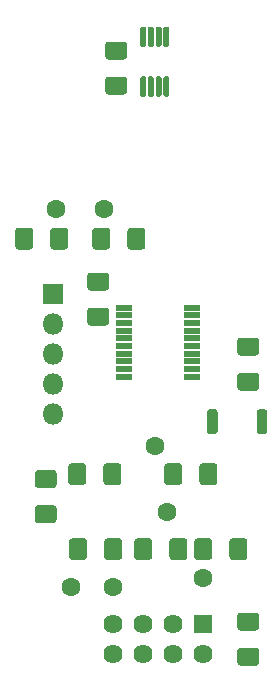
<source format=gbr>
%TF.GenerationSoftware,KiCad,Pcbnew,5.1.6*%
%TF.CreationDate,2020-08-14T17:13:24+01:00*%
%TF.ProjectId,wireless-temperaure-sensor,77697265-6c65-4737-932d-74656d706572,0.2*%
%TF.SameCoordinates,Original*%
%TF.FileFunction,Soldermask,Top*%
%TF.FilePolarity,Negative*%
%FSLAX46Y46*%
G04 Gerber Fmt 4.6, Leading zero omitted, Abs format (unit mm)*
G04 Created by KiCad (PCBNEW 5.1.6) date 2020-08-14 17:13:24*
%MOMM*%
%LPD*%
G01*
G04 APERTURE LIST*
%ADD10C,1.600000*%
%ADD11C,1.624000*%
%ADD12R,1.624000X1.624000*%
%ADD13R,1.450000X0.500000*%
%ADD14O,1.800000X1.800000*%
%ADD15R,1.800000X1.800000*%
G04 APERTURE END LIST*
%TO.C,SW1*%
G36*
G01*
X103182000Y-93535000D02*
X103182000Y-91885000D01*
G75*
G02*
X103407000Y-91660000I225000J0D01*
G01*
X103857000Y-91660000D01*
G75*
G02*
X104082000Y-91885000I0J-225000D01*
G01*
X104082000Y-93535000D01*
G75*
G02*
X103857000Y-93760000I-225000J0D01*
G01*
X103407000Y-93760000D01*
G75*
G02*
X103182000Y-93535000I0J225000D01*
G01*
G37*
G36*
G01*
X107382000Y-93535000D02*
X107382000Y-91885000D01*
G75*
G02*
X107607000Y-91660000I225000J0D01*
G01*
X108057000Y-91660000D01*
G75*
G02*
X108282000Y-91885000I0J-225000D01*
G01*
X108282000Y-93535000D01*
G75*
G02*
X108057000Y-93760000I-225000J0D01*
G01*
X107607000Y-93760000D01*
G75*
G02*
X107382000Y-93535000I0J225000D01*
G01*
G37*
%TD*%
D10*
%TO.C,TP7*%
X94488000Y-74676000D03*
%TD*%
%TO.C,TP6*%
X90424000Y-74676000D03*
%TD*%
%TO.C,TP5*%
X102870000Y-105918000D03*
%TD*%
%TO.C,TP4*%
X99822000Y-100330000D03*
%TD*%
%TO.C,TP3*%
X98806000Y-94742000D03*
%TD*%
%TO.C,TP2*%
X95250000Y-106680000D03*
%TD*%
%TO.C,TP1*%
X91694000Y-106680000D03*
%TD*%
D11*
%TO.C,U2*%
X95250000Y-112395000D03*
X95250000Y-109855000D03*
X97790000Y-112395000D03*
X97790000Y-109855000D03*
X100330000Y-112395000D03*
X100330000Y-109855000D03*
X102870000Y-112395000D03*
D12*
X102870000Y-109855000D03*
%TD*%
D13*
%TO.C,U1*%
X101935000Y-83050000D03*
X96185000Y-83050000D03*
X101935000Y-83700000D03*
X96185000Y-83700000D03*
X101935000Y-84350000D03*
X96185000Y-84350000D03*
X101935000Y-85000000D03*
X96185000Y-85000000D03*
X101935000Y-85650000D03*
X96185000Y-85650000D03*
X101935000Y-86300000D03*
X96185000Y-86300000D03*
X101935000Y-86950000D03*
X96185000Y-86950000D03*
X101935000Y-87600000D03*
X96185000Y-87600000D03*
X101935000Y-88250000D03*
X96185000Y-88250000D03*
X101935000Y-88900000D03*
X96185000Y-88900000D03*
%TD*%
%TO.C,R8*%
G36*
G01*
X100002500Y-104162456D02*
X100002500Y-102847544D01*
G75*
G02*
X100270044Y-102580000I267544J0D01*
G01*
X101259956Y-102580000D01*
G75*
G02*
X101527500Y-102847544I0J-267544D01*
G01*
X101527500Y-104162456D01*
G75*
G02*
X101259956Y-104430000I-267544J0D01*
G01*
X100270044Y-104430000D01*
G75*
G02*
X100002500Y-104162456I0J267544D01*
G01*
G37*
G36*
G01*
X97027500Y-104162456D02*
X97027500Y-102847544D01*
G75*
G02*
X97295044Y-102580000I267544J0D01*
G01*
X98284956Y-102580000D01*
G75*
G02*
X98552500Y-102847544I0J-267544D01*
G01*
X98552500Y-104162456D01*
G75*
G02*
X98284956Y-104430000I-267544J0D01*
G01*
X97295044Y-104430000D01*
G75*
G02*
X97027500Y-104162456I0J267544D01*
G01*
G37*
%TD*%
%TO.C,R7*%
G36*
G01*
X94414500Y-97812456D02*
X94414500Y-96497544D01*
G75*
G02*
X94682044Y-96230000I267544J0D01*
G01*
X95671956Y-96230000D01*
G75*
G02*
X95939500Y-96497544I0J-267544D01*
G01*
X95939500Y-97812456D01*
G75*
G02*
X95671956Y-98080000I-267544J0D01*
G01*
X94682044Y-98080000D01*
G75*
G02*
X94414500Y-97812456I0J267544D01*
G01*
G37*
G36*
G01*
X91439500Y-97812456D02*
X91439500Y-96497544D01*
G75*
G02*
X91707044Y-96230000I267544J0D01*
G01*
X92696956Y-96230000D01*
G75*
G02*
X92964500Y-96497544I0J-267544D01*
G01*
X92964500Y-97812456D01*
G75*
G02*
X92696956Y-98080000I-267544J0D01*
G01*
X91707044Y-98080000D01*
G75*
G02*
X91439500Y-97812456I0J267544D01*
G01*
G37*
%TD*%
%TO.C,R6*%
G36*
G01*
X94487500Y-104162456D02*
X94487500Y-102847544D01*
G75*
G02*
X94755044Y-102580000I267544J0D01*
G01*
X95744956Y-102580000D01*
G75*
G02*
X96012500Y-102847544I0J-267544D01*
G01*
X96012500Y-104162456D01*
G75*
G02*
X95744956Y-104430000I-267544J0D01*
G01*
X94755044Y-104430000D01*
G75*
G02*
X94487500Y-104162456I0J267544D01*
G01*
G37*
G36*
G01*
X91512500Y-104162456D02*
X91512500Y-102847544D01*
G75*
G02*
X91780044Y-102580000I267544J0D01*
G01*
X92769956Y-102580000D01*
G75*
G02*
X93037500Y-102847544I0J-267544D01*
G01*
X93037500Y-104162456D01*
G75*
G02*
X92769956Y-104430000I-267544J0D01*
G01*
X91780044Y-104430000D01*
G75*
G02*
X91512500Y-104162456I0J267544D01*
G01*
G37*
%TD*%
%TO.C,R5*%
G36*
G01*
X101092500Y-96497544D02*
X101092500Y-97812456D01*
G75*
G02*
X100824956Y-98080000I-267544J0D01*
G01*
X99835044Y-98080000D01*
G75*
G02*
X99567500Y-97812456I0J267544D01*
G01*
X99567500Y-96497544D01*
G75*
G02*
X99835044Y-96230000I267544J0D01*
G01*
X100824956Y-96230000D01*
G75*
G02*
X101092500Y-96497544I0J-267544D01*
G01*
G37*
G36*
G01*
X104067500Y-96497544D02*
X104067500Y-97812456D01*
G75*
G02*
X103799956Y-98080000I-267544J0D01*
G01*
X102810044Y-98080000D01*
G75*
G02*
X102542500Y-97812456I0J267544D01*
G01*
X102542500Y-96497544D01*
G75*
G02*
X102810044Y-96230000I267544J0D01*
G01*
X103799956Y-96230000D01*
G75*
G02*
X104067500Y-96497544I0J-267544D01*
G01*
G37*
%TD*%
%TO.C,R4*%
G36*
G01*
X103632500Y-102847544D02*
X103632500Y-104162456D01*
G75*
G02*
X103364956Y-104430000I-267544J0D01*
G01*
X102375044Y-104430000D01*
G75*
G02*
X102107500Y-104162456I0J267544D01*
G01*
X102107500Y-102847544D01*
G75*
G02*
X102375044Y-102580000I267544J0D01*
G01*
X103364956Y-102580000D01*
G75*
G02*
X103632500Y-102847544I0J-267544D01*
G01*
G37*
G36*
G01*
X106607500Y-102847544D02*
X106607500Y-104162456D01*
G75*
G02*
X106339956Y-104430000I-267544J0D01*
G01*
X105350044Y-104430000D01*
G75*
G02*
X105082500Y-104162456I0J267544D01*
G01*
X105082500Y-102847544D01*
G75*
G02*
X105350044Y-102580000I267544J0D01*
G01*
X106339956Y-102580000D01*
G75*
G02*
X106607500Y-102847544I0J-267544D01*
G01*
G37*
%TD*%
%TO.C,R3*%
G36*
G01*
X89915500Y-77873456D02*
X89915500Y-76558544D01*
G75*
G02*
X90183044Y-76291000I267544J0D01*
G01*
X91172956Y-76291000D01*
G75*
G02*
X91440500Y-76558544I0J-267544D01*
G01*
X91440500Y-77873456D01*
G75*
G02*
X91172956Y-78141000I-267544J0D01*
G01*
X90183044Y-78141000D01*
G75*
G02*
X89915500Y-77873456I0J267544D01*
G01*
G37*
G36*
G01*
X86940500Y-77873456D02*
X86940500Y-76558544D01*
G75*
G02*
X87208044Y-76291000I267544J0D01*
G01*
X88197956Y-76291000D01*
G75*
G02*
X88465500Y-76558544I0J-267544D01*
G01*
X88465500Y-77873456D01*
G75*
G02*
X88197956Y-78141000I-267544J0D01*
G01*
X87208044Y-78141000D01*
G75*
G02*
X86940500Y-77873456I0J267544D01*
G01*
G37*
%TD*%
%TO.C,R2*%
G36*
G01*
X94996500Y-76558544D02*
X94996500Y-77873456D01*
G75*
G02*
X94728956Y-78141000I-267544J0D01*
G01*
X93739044Y-78141000D01*
G75*
G02*
X93471500Y-77873456I0J267544D01*
G01*
X93471500Y-76558544D01*
G75*
G02*
X93739044Y-76291000I267544J0D01*
G01*
X94728956Y-76291000D01*
G75*
G02*
X94996500Y-76558544I0J-267544D01*
G01*
G37*
G36*
G01*
X97971500Y-76558544D02*
X97971500Y-77873456D01*
G75*
G02*
X97703956Y-78141000I-267544J0D01*
G01*
X96714044Y-78141000D01*
G75*
G02*
X96446500Y-77873456I0J267544D01*
G01*
X96446500Y-76558544D01*
G75*
G02*
X96714044Y-76291000I267544J0D01*
G01*
X97703956Y-76291000D01*
G75*
G02*
X97971500Y-76558544I0J-267544D01*
G01*
G37*
%TD*%
%TO.C,R1*%
G36*
G01*
X90192456Y-98335000D02*
X88877544Y-98335000D01*
G75*
G02*
X88610000Y-98067456I0J267544D01*
G01*
X88610000Y-97077544D01*
G75*
G02*
X88877544Y-96810000I267544J0D01*
G01*
X90192456Y-96810000D01*
G75*
G02*
X90460000Y-97077544I0J-267544D01*
G01*
X90460000Y-98067456D01*
G75*
G02*
X90192456Y-98335000I-267544J0D01*
G01*
G37*
G36*
G01*
X90192456Y-101310000D02*
X88877544Y-101310000D01*
G75*
G02*
X88610000Y-101042456I0J267544D01*
G01*
X88610000Y-100052544D01*
G75*
G02*
X88877544Y-99785000I267544J0D01*
G01*
X90192456Y-99785000D01*
G75*
G02*
X90460000Y-100052544I0J-267544D01*
G01*
X90460000Y-101042456D01*
G75*
G02*
X90192456Y-101310000I-267544J0D01*
G01*
G37*
%TD*%
%TO.C,C5*%
G36*
G01*
X96161456Y-62049500D02*
X94846544Y-62049500D01*
G75*
G02*
X94579000Y-61781956I0J267544D01*
G01*
X94579000Y-60792044D01*
G75*
G02*
X94846544Y-60524500I267544J0D01*
G01*
X96161456Y-60524500D01*
G75*
G02*
X96429000Y-60792044I0J-267544D01*
G01*
X96429000Y-61781956D01*
G75*
G02*
X96161456Y-62049500I-267544J0D01*
G01*
G37*
G36*
G01*
X96161456Y-65024500D02*
X94846544Y-65024500D01*
G75*
G02*
X94579000Y-64756956I0J267544D01*
G01*
X94579000Y-63767044D01*
G75*
G02*
X94846544Y-63499500I267544J0D01*
G01*
X96161456Y-63499500D01*
G75*
G02*
X96429000Y-63767044I0J-267544D01*
G01*
X96429000Y-64756956D01*
G75*
G02*
X96161456Y-65024500I-267544J0D01*
G01*
G37*
%TD*%
%TO.C,C4*%
G36*
G01*
X107337456Y-110400000D02*
X106022544Y-110400000D01*
G75*
G02*
X105755000Y-110132456I0J267544D01*
G01*
X105755000Y-109142544D01*
G75*
G02*
X106022544Y-108875000I267544J0D01*
G01*
X107337456Y-108875000D01*
G75*
G02*
X107605000Y-109142544I0J-267544D01*
G01*
X107605000Y-110132456D01*
G75*
G02*
X107337456Y-110400000I-267544J0D01*
G01*
G37*
G36*
G01*
X107337456Y-113375000D02*
X106022544Y-113375000D01*
G75*
G02*
X105755000Y-113107456I0J267544D01*
G01*
X105755000Y-112117544D01*
G75*
G02*
X106022544Y-111850000I267544J0D01*
G01*
X107337456Y-111850000D01*
G75*
G02*
X107605000Y-112117544I0J-267544D01*
G01*
X107605000Y-113107456D01*
G75*
G02*
X107337456Y-113375000I-267544J0D01*
G01*
G37*
%TD*%
%TO.C,C3*%
G36*
G01*
X94637456Y-81607500D02*
X93322544Y-81607500D01*
G75*
G02*
X93055000Y-81339956I0J267544D01*
G01*
X93055000Y-80350044D01*
G75*
G02*
X93322544Y-80082500I267544J0D01*
G01*
X94637456Y-80082500D01*
G75*
G02*
X94905000Y-80350044I0J-267544D01*
G01*
X94905000Y-81339956D01*
G75*
G02*
X94637456Y-81607500I-267544J0D01*
G01*
G37*
G36*
G01*
X94637456Y-84582500D02*
X93322544Y-84582500D01*
G75*
G02*
X93055000Y-84314956I0J267544D01*
G01*
X93055000Y-83325044D01*
G75*
G02*
X93322544Y-83057500I267544J0D01*
G01*
X94637456Y-83057500D01*
G75*
G02*
X94905000Y-83325044I0J-267544D01*
G01*
X94905000Y-84314956D01*
G75*
G02*
X94637456Y-84582500I-267544J0D01*
G01*
G37*
%TD*%
%TO.C,C2*%
G36*
G01*
X106022544Y-88572500D02*
X107337456Y-88572500D01*
G75*
G02*
X107605000Y-88840044I0J-267544D01*
G01*
X107605000Y-89829956D01*
G75*
G02*
X107337456Y-90097500I-267544J0D01*
G01*
X106022544Y-90097500D01*
G75*
G02*
X105755000Y-89829956I0J267544D01*
G01*
X105755000Y-88840044D01*
G75*
G02*
X106022544Y-88572500I267544J0D01*
G01*
G37*
G36*
G01*
X106022544Y-85597500D02*
X107337456Y-85597500D01*
G75*
G02*
X107605000Y-85865044I0J-267544D01*
G01*
X107605000Y-86854956D01*
G75*
G02*
X107337456Y-87122500I-267544J0D01*
G01*
X106022544Y-87122500D01*
G75*
G02*
X105755000Y-86854956I0J267544D01*
G01*
X105755000Y-85865044D01*
G75*
G02*
X106022544Y-85597500I267544J0D01*
G01*
G37*
%TD*%
D14*
%TO.C,J1*%
X90170000Y-92075000D03*
X90170000Y-89535000D03*
X90170000Y-86995000D03*
X90170000Y-84455000D03*
D15*
X90170000Y-81915000D03*
%TD*%
%TO.C,U3*%
G36*
G01*
X97915000Y-60980000D02*
X97665000Y-60980000D01*
G75*
G02*
X97540000Y-60855000I0J125000D01*
G01*
X97540000Y-59380000D01*
G75*
G02*
X97665000Y-59255000I125000J0D01*
G01*
X97915000Y-59255000D01*
G75*
G02*
X98040000Y-59380000I0J-125000D01*
G01*
X98040000Y-60855000D01*
G75*
G02*
X97915000Y-60980000I-125000J0D01*
G01*
G37*
G36*
G01*
X98565000Y-60980000D02*
X98315000Y-60980000D01*
G75*
G02*
X98190000Y-60855000I0J125000D01*
G01*
X98190000Y-59380000D01*
G75*
G02*
X98315000Y-59255000I125000J0D01*
G01*
X98565000Y-59255000D01*
G75*
G02*
X98690000Y-59380000I0J-125000D01*
G01*
X98690000Y-60855000D01*
G75*
G02*
X98565000Y-60980000I-125000J0D01*
G01*
G37*
G36*
G01*
X99215000Y-60980000D02*
X98965000Y-60980000D01*
G75*
G02*
X98840000Y-60855000I0J125000D01*
G01*
X98840000Y-59380000D01*
G75*
G02*
X98965000Y-59255000I125000J0D01*
G01*
X99215000Y-59255000D01*
G75*
G02*
X99340000Y-59380000I0J-125000D01*
G01*
X99340000Y-60855000D01*
G75*
G02*
X99215000Y-60980000I-125000J0D01*
G01*
G37*
G36*
G01*
X99865000Y-60980000D02*
X99615000Y-60980000D01*
G75*
G02*
X99490000Y-60855000I0J125000D01*
G01*
X99490000Y-59380000D01*
G75*
G02*
X99615000Y-59255000I125000J0D01*
G01*
X99865000Y-59255000D01*
G75*
G02*
X99990000Y-59380000I0J-125000D01*
G01*
X99990000Y-60855000D01*
G75*
G02*
X99865000Y-60980000I-125000J0D01*
G01*
G37*
G36*
G01*
X99865000Y-65205000D02*
X99615000Y-65205000D01*
G75*
G02*
X99490000Y-65080000I0J125000D01*
G01*
X99490000Y-63605000D01*
G75*
G02*
X99615000Y-63480000I125000J0D01*
G01*
X99865000Y-63480000D01*
G75*
G02*
X99990000Y-63605000I0J-125000D01*
G01*
X99990000Y-65080000D01*
G75*
G02*
X99865000Y-65205000I-125000J0D01*
G01*
G37*
G36*
G01*
X99215000Y-65205000D02*
X98965000Y-65205000D01*
G75*
G02*
X98840000Y-65080000I0J125000D01*
G01*
X98840000Y-63605000D01*
G75*
G02*
X98965000Y-63480000I125000J0D01*
G01*
X99215000Y-63480000D01*
G75*
G02*
X99340000Y-63605000I0J-125000D01*
G01*
X99340000Y-65080000D01*
G75*
G02*
X99215000Y-65205000I-125000J0D01*
G01*
G37*
G36*
G01*
X98565000Y-65205000D02*
X98315000Y-65205000D01*
G75*
G02*
X98190000Y-65080000I0J125000D01*
G01*
X98190000Y-63605000D01*
G75*
G02*
X98315000Y-63480000I125000J0D01*
G01*
X98565000Y-63480000D01*
G75*
G02*
X98690000Y-63605000I0J-125000D01*
G01*
X98690000Y-65080000D01*
G75*
G02*
X98565000Y-65205000I-125000J0D01*
G01*
G37*
G36*
G01*
X97915000Y-65205000D02*
X97665000Y-65205000D01*
G75*
G02*
X97540000Y-65080000I0J125000D01*
G01*
X97540000Y-63605000D01*
G75*
G02*
X97665000Y-63480000I125000J0D01*
G01*
X97915000Y-63480000D01*
G75*
G02*
X98040000Y-63605000I0J-125000D01*
G01*
X98040000Y-65080000D01*
G75*
G02*
X97915000Y-65205000I-125000J0D01*
G01*
G37*
%TD*%
M02*

</source>
